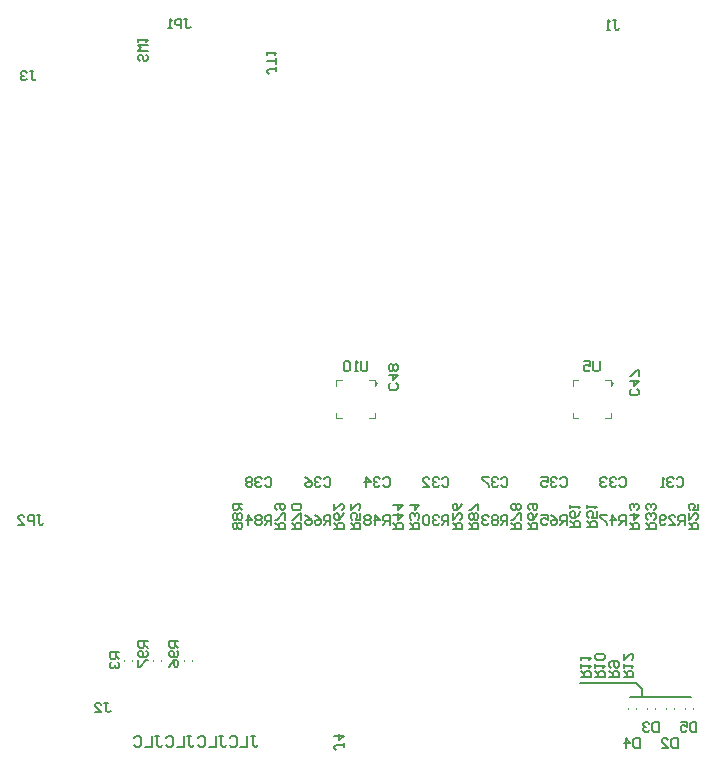
<source format=gbo>
%FSLAX23Y23*%
%MOIN*%
%SFA1B1*%

%IPPOS*%
%ADD10C,0.004720*%
%ADD11C,0.003940*%
%ADD12C,0.007090*%
%ADD89C,0.007870*%
%LNbenchy-voltmeter-pcb-1*%
%LPD*%
G54D10*
X1983Y2121D02*
Y2140D01*
X2091Y2121D02*
X2110D01*
X2879Y2248D02*
X2898D01*
Y2229D02*
Y2248D01*
X1983Y2121D02*
X2002D01*
X2110D02*
Y2140D01*
X1983Y2229D02*
Y2248D01*
X2002*
X2898Y2243D02*
X2905Y2238D01*
X2879Y2121D02*
X2898D01*
X2771Y2229D02*
Y2248D01*
Y2121D02*
Y2140D01*
X2898Y2121D02*
Y2140D01*
Y2229D02*
X2905Y2238D01*
X2771Y2248D02*
X2789D01*
X2771Y2121D02*
X2789D01*
X2091Y2248D02*
X2110D01*
Y2229D02*
Y2248D01*
Y2229D02*
X2118Y2238D01*
X2110Y2243D02*
X2118Y2238D01*
G54D11*
X1274Y1312D02*
Y1316D01*
X2955Y1151D02*
Y1155D01*
X2981Y1151D02*
Y1155D01*
X3144Y1151D02*
Y1155D01*
X3170Y1151D02*
Y1155D01*
X3081D02*
Y1151D01*
X3107D02*
Y1155D01*
X3018Y1151D02*
Y1155D01*
X3044Y1151D02*
Y1155D01*
X1300Y1312D02*
Y1316D01*
X1398Y1312D02*
Y1316D01*
X1373Y1312D02*
Y1316D01*
X1500Y1312D02*
Y1316D01*
X1475Y1312D02*
Y1316D01*
G54D12*
X2795Y1240D02*
X2980D01*
X3000Y1194D02*
Y1220D01*
X2980Y1240D02*
X3000Y1220D01*
Y1194D02*
X3165D01*
X2960D02*
X3000D01*
X1209Y1173D02*
X1220D01*
X1215*
Y1146*
X1220Y1141*
X1225*
X1230Y1146*
X1178Y1141D02*
X1199D01*
X1178Y1162*
Y1167*
X1183Y1173*
X1194*
X1199Y1167*
X1354Y1378D02*
X1322D01*
Y1362*
X1328Y1357*
X1338*
X1343Y1362*
Y1378*
Y1367D02*
X1354Y1357D01*
X1349Y1346D02*
X1354Y1341D01*
Y1331*
X1349Y1325*
X1328*
X1322Y1331*
Y1341*
X1328Y1346*
X1333*
X1338Y1341*
Y1325*
X1322Y1315D02*
Y1294D01*
X1328*
X1349Y1315*
X1354*
X1456Y1378D02*
X1425D01*
Y1362*
X1430Y1357*
X1440*
X1446Y1362*
Y1378*
Y1367D02*
X1456Y1357D01*
X1451Y1346D02*
X1456Y1341D01*
Y1331*
X1451Y1325*
X1430*
X1425Y1331*
Y1341*
X1430Y1346*
X1435*
X1440Y1341*
Y1325*
X1425Y1294D02*
X1430Y1304D01*
X1440Y1315*
X1451*
X1456Y1310*
Y1299*
X1451Y1294*
X1446*
X1440Y1299*
Y1315*
X2086Y2311D02*
Y2284D01*
X2081Y2279*
X2070*
X2065Y2284*
Y2311*
X2055Y2279D02*
X2044D01*
X2049*
Y2311*
X2055Y2305*
X2028D02*
X2023Y2311D01*
X2013*
X2007Y2305*
Y2284*
X2013Y2279*
X2023*
X2028Y2284*
Y2305*
X2860Y2311D02*
Y2284D01*
X2855Y2279*
X2845*
X2839Y2284*
Y2311*
X2808D02*
X2829D01*
Y2295*
X2818Y2300*
X2813*
X2808Y2295*
Y2284*
X2813Y2279*
X2824*
X2829Y2284*
X2940Y1259D02*
X2972D01*
Y1274*
X2967Y1280*
X2956*
X2951Y1274*
Y1259*
Y1269D02*
X2940Y1280D01*
Y1290D02*
Y1301D01*
Y1295*
X2972*
X2967Y1290*
X2940Y1337D02*
Y1316D01*
X2961Y1337*
X2967*
X2972Y1332*
Y1322*
X2967Y1316*
X2183Y2238D02*
X2188Y2233D01*
Y2223*
X2183Y2217*
X2162*
X2157Y2223*
Y2233*
X2162Y2238*
X2157Y2265D02*
X2188D01*
X2173Y2249*
Y2270*
X2183Y2280D02*
X2188Y2286D01*
Y2296*
X2183Y2301*
X2178*
X2173Y2296*
X2167Y2301*
X2162*
X2157Y2296*
Y2286*
X2162Y2280*
X2167*
X2173Y2286*
X2178Y2280*
X2183*
X2173Y2286D02*
Y2296D01*
X2986Y2219D02*
X2992Y2213D01*
Y2203*
X2986Y2198*
X2965*
X2960Y2203*
Y2213*
X2965Y2219*
X2960Y2245D02*
X2992D01*
X2976Y2229*
Y2250*
X2992Y2261D02*
Y2282D01*
X2986*
X2965Y2261*
X2960*
X3183Y1109D02*
Y1077D01*
X3167*
X3162Y1083*
Y1104*
X3167Y1109*
X3183*
X3131D02*
X3152D01*
Y1093*
X3141Y1098*
X3136*
X3131Y1093*
Y1083*
X3136Y1077*
X3146*
X3152Y1083*
X2007Y1038D02*
Y1027D01*
Y1032*
X1981*
X1976Y1027*
Y1022*
X1981Y1017*
X1976Y1064D02*
X2007D01*
X1992Y1048*
Y1069*
X2799Y1259D02*
X2830D01*
Y1274*
X2825Y1280*
X2814*
X2809Y1274*
Y1259*
Y1269D02*
X2799Y1280D01*
Y1290D02*
Y1301D01*
Y1295*
X2830*
X2825Y1290*
X2799Y1316D02*
Y1327D01*
Y1322*
X2830*
X2825Y1316*
X2846Y1259D02*
X2877D01*
Y1274*
X2872Y1280*
X2862*
X2856Y1274*
Y1259*
Y1269D02*
X2846Y1280D01*
Y1290D02*
Y1301D01*
Y1295*
X2877*
X2872Y1290*
Y1316D02*
X2877Y1322D01*
Y1332*
X2872Y1337*
X2851*
X2846Y1332*
Y1322*
X2851Y1316*
X2872*
X2893Y1259D02*
X2925D01*
Y1274*
X2919Y1280*
X2909*
X2904Y1274*
Y1259*
Y1269D02*
X2893Y1280D01*
X2898Y1290D02*
X2893Y1295D01*
Y1306*
X2898Y1311*
X2919*
X2925Y1306*
Y1295*
X2919Y1290*
X2914*
X2909Y1295*
Y1311*
X2994Y1055D02*
Y1023D01*
X2979*
X2973Y1028*
Y1049*
X2979Y1055*
X2994*
X2947Y1023D02*
Y1055D01*
X2963Y1039*
X2942*
X3057Y1109D02*
Y1077D01*
X3041*
X3036Y1083*
Y1104*
X3041Y1109*
X3057*
X3026Y1104D02*
X3021Y1109D01*
X3010*
X3005Y1104*
Y1098*
X3010Y1093*
X3015*
X3010*
X3005Y1088*
Y1083*
X3010Y1077*
X3021*
X3026Y1083*
X3120Y1055D02*
Y1023D01*
X3104*
X3099Y1028*
Y1049*
X3104Y1055*
X3120*
X3068Y1023D02*
X3089D01*
X3068Y1044*
Y1049*
X3073Y1055*
X3083*
X3089Y1049*
X1349Y3334D02*
X1354Y3329D01*
Y3318*
X1349Y3313*
X1343*
X1338Y3318*
Y3329*
X1333Y3334*
X1328*
X1322Y3329*
Y3318*
X1328Y3313*
X1354Y3345D02*
X1322D01*
X1333Y3355*
X1322Y3366*
X1354*
X1322Y3376D02*
Y3387D01*
Y3381*
X1354*
X1349Y3376*
X1669Y1837D02*
X1637D01*
Y1821*
X1643Y1816*
X1653*
X1658Y1821*
Y1837*
Y1826D02*
X1669Y1816D01*
X1643Y1805D02*
X1637Y1800D01*
Y1790*
X1643Y1784*
X1648*
X1653Y1790*
X1658Y1784*
X1664*
X1669Y1790*
Y1800*
X1664Y1805*
X1658*
X1653Y1800*
X1648Y1805*
X1643*
X1653Y1800D02*
Y1790D01*
X1643Y1774D02*
X1637Y1769D01*
Y1758*
X1643Y1753*
X1648*
X1653Y1758*
X1658Y1753*
X1664*
X1669Y1758*
Y1769*
X1664Y1774*
X1658*
X1653Y1769*
X1648Y1774*
X1643*
X1653Y1769D02*
Y1758D01*
X2425Y1753D02*
X2456D01*
Y1769*
X2451Y1774*
X2440*
X2435Y1769*
Y1753*
Y1763D02*
X2425Y1774D01*
X2451Y1784D02*
X2456Y1790D01*
Y1800*
X2451Y1805*
X2446*
X2440Y1800*
X2435Y1805*
X2430*
X2425Y1800*
Y1790*
X2430Y1784*
X2435*
X2440Y1790*
X2446Y1784*
X2451*
X2440Y1790D02*
Y1800D01*
X2456Y1816D02*
Y1837D01*
X2451*
X2430Y1816*
X2425*
X1766Y1767D02*
Y1799D01*
X1750*
X1745Y1793*
Y1783*
X1750Y1778*
X1766*
X1755D02*
X1745Y1767D01*
X1734Y1793D02*
X1729Y1799D01*
X1719*
X1713Y1793*
Y1788*
X1719Y1783*
X1713Y1778*
Y1772*
X1719Y1767*
X1729*
X1734Y1772*
Y1778*
X1729Y1783*
X1734Y1788*
Y1793*
X1729Y1783D02*
X1719D01*
X1687Y1767D02*
Y1799D01*
X1703Y1783*
X1682*
X2553Y1767D02*
Y1799D01*
X2538*
X2532Y1793*
Y1783*
X2538Y1778*
X2553*
X2543D02*
X2532Y1767D01*
X2522Y1793D02*
X2517Y1799D01*
X2506*
X2501Y1793*
Y1788*
X2506Y1783*
X2501Y1778*
Y1772*
X2506Y1767*
X2517*
X2522Y1772*
Y1778*
X2517Y1783*
X2522Y1788*
Y1793*
X2517Y1783D02*
X2506D01*
X2490Y1793D02*
X2485Y1799D01*
X2475*
X2469Y1793*
Y1788*
X2475Y1783*
X2480*
X2475*
X2469Y1778*
Y1772*
X2475Y1767*
X2485*
X2490Y1772*
X1779Y1753D02*
X1811D01*
Y1769*
X1805Y1774*
X1795*
X1790Y1769*
Y1753*
Y1763D02*
X1779Y1774D01*
X1811Y1784D02*
Y1805D01*
X1805*
X1784Y1784*
X1779*
X1784Y1816D02*
X1779Y1821D01*
Y1832*
X1784Y1837*
X1805*
X1811Y1832*
Y1821*
X1805Y1816*
X1800*
X1795Y1821*
Y1837*
X2566Y1753D02*
X2598D01*
Y1769*
X2593Y1774*
X2582*
X2577Y1769*
Y1753*
Y1763D02*
X2566Y1774D01*
X2598Y1784D02*
Y1805D01*
X2593*
X2572Y1784*
X2566*
X2593Y1816D02*
X2598Y1821D01*
Y1832*
X2593Y1837*
X2587*
X2582Y1832*
X2577Y1837*
X2572*
X2566Y1832*
Y1821*
X2572Y1816*
X2577*
X2582Y1821*
X2587Y1816*
X2593*
X2582Y1821D02*
Y1832D01*
X1834Y1753D02*
X1866D01*
Y1769*
X1860Y1774*
X1850*
X1845Y1769*
Y1753*
Y1763D02*
X1834Y1774D01*
X1866Y1784D02*
Y1805D01*
X1860*
X1839Y1784*
X1834*
X1860Y1816D02*
X1866Y1821D01*
Y1832*
X1860Y1837*
X1839*
X1834Y1832*
Y1821*
X1839Y1816*
X1860*
X2622Y1753D02*
X2653D01*
Y1769*
X2648Y1774*
X2637*
X2632Y1769*
Y1753*
Y1763D02*
X2622Y1774D01*
X2653Y1805D02*
X2648Y1795D01*
X2637Y1784*
X2627*
X2622Y1790*
Y1800*
X2627Y1805*
X2632*
X2637Y1800*
Y1784*
X2627Y1816D02*
X2622Y1821D01*
Y1832*
X2627Y1837*
X2648*
X2653Y1832*
Y1821*
X2648Y1816*
X2643*
X2637Y1821*
Y1837*
X1963Y1767D02*
Y1799D01*
X1947*
X1942Y1793*
Y1783*
X1947Y1778*
X1963*
X1952D02*
X1942Y1767D01*
X1910Y1799D02*
X1921Y1793D01*
X1931Y1783*
Y1772*
X1926Y1767*
X1916*
X1910Y1772*
Y1778*
X1916Y1783*
X1931*
X1879Y1799D02*
X1889Y1793D01*
X1900Y1783*
Y1772*
X1895Y1767*
X1884*
X1879Y1772*
Y1778*
X1884Y1783*
X1900*
X2750Y1767D02*
Y1799D01*
X2734*
X2729Y1793*
Y1783*
X2734Y1778*
X2750*
X2740D02*
X2729Y1767D01*
X2698Y1799D02*
X2708Y1793D01*
X2719Y1783*
Y1772*
X2713Y1767*
X2703*
X2698Y1772*
Y1778*
X2703Y1783*
X2719*
X2666Y1799D02*
X2687D01*
Y1783*
X2677Y1788*
X2671*
X2666Y1783*
Y1772*
X2671Y1767*
X2682*
X2687Y1772*
X1976Y1753D02*
X2007D01*
Y1769*
X2002Y1774*
X1992*
X1986Y1769*
Y1753*
Y1763D02*
X1976Y1774D01*
X2007Y1805D02*
X2002Y1795D01*
X1992Y1784*
X1981*
X1976Y1790*
Y1800*
X1981Y1805*
X1986*
X1992Y1800*
Y1784*
X1976Y1837D02*
Y1816D01*
X1997Y1837*
X2002*
X2007Y1832*
Y1821*
X2002Y1816*
X2763Y1758D02*
X2795D01*
Y1774*
X2790Y1779*
X2779*
X2774Y1774*
Y1758*
Y1769D02*
X2763Y1779D01*
X2795Y1811D02*
X2790Y1800D01*
X2779Y1790*
X2769*
X2763Y1795*
Y1805*
X2769Y1811*
X2774*
X2779Y1805*
Y1790*
X2763Y1821D02*
Y1832D01*
Y1826*
X2795*
X2790Y1821*
X2031Y1753D02*
X2062D01*
Y1769*
X2057Y1774*
X2047*
X2042Y1769*
Y1753*
Y1763D02*
X2031Y1774D01*
X2062Y1805D02*
Y1784D01*
X2047*
X2052Y1795*
Y1800*
X2047Y1805*
X2036*
X2031Y1800*
Y1790*
X2036Y1784*
X2031Y1837D02*
Y1816D01*
X2052Y1837*
X2057*
X2062Y1832*
Y1821*
X2057Y1816*
X2818Y1758D02*
X2850D01*
Y1774*
X2845Y1779*
X2834*
X2829Y1774*
Y1758*
Y1769D02*
X2818Y1779D01*
X2850Y1811D02*
Y1790D01*
X2834*
X2839Y1800*
Y1805*
X2834Y1811*
X2824*
X2818Y1805*
Y1795*
X2824Y1790*
X2818Y1821D02*
Y1832D01*
Y1826*
X2850*
X2845Y1821*
X2160Y1767D02*
Y1799D01*
X2144*
X2139Y1793*
Y1783*
X2144Y1778*
X2160*
X2149D02*
X2139Y1767D01*
X2112D02*
Y1799D01*
X2128Y1783*
X2107*
X2097Y1793D02*
X2091Y1799D01*
X2081*
X2076Y1793*
Y1788*
X2081Y1783*
X2076Y1778*
Y1772*
X2081Y1767*
X2091*
X2097Y1772*
Y1778*
X2091Y1783*
X2097Y1788*
Y1793*
X2091Y1783D02*
X2081D01*
X2947Y1767D02*
Y1799D01*
X2931*
X2926Y1793*
Y1783*
X2931Y1778*
X2947*
X2937D02*
X2926Y1767D01*
X2900D02*
Y1799D01*
X2916Y1783*
X2895*
X2884Y1799D02*
X2863D01*
Y1793*
X2884Y1772*
Y1767*
X2173Y1753D02*
X2204D01*
Y1769*
X2199Y1774*
X2188*
X2183Y1769*
Y1753*
Y1763D02*
X2173Y1774D01*
Y1800D02*
X2204D01*
X2188Y1784*
Y1805*
X2173Y1832D02*
X2204D01*
X2188Y1816*
Y1837*
X2960Y1753D02*
X2992D01*
Y1769*
X2986Y1774*
X2976*
X2971Y1769*
Y1753*
Y1763D02*
X2960Y1774D01*
Y1800D02*
X2992D01*
X2976Y1784*
Y1805*
X2986Y1816D02*
X2992Y1821D01*
Y1832*
X2986Y1837*
X2981*
X2976Y1832*
Y1826*
Y1832*
X2971Y1837*
X2965*
X2960Y1832*
Y1821*
X2965Y1816*
X2228Y1753D02*
X2259D01*
Y1769*
X2254Y1774*
X2244*
X2238Y1769*
Y1753*
Y1763D02*
X2228Y1774D01*
X2254Y1784D02*
X2259Y1790D01*
Y1800*
X2254Y1805*
X2249*
X2244Y1800*
Y1795*
Y1800*
X2238Y1805*
X2233*
X2228Y1800*
Y1790*
X2233Y1784*
X2228Y1832D02*
X2259D01*
X2244Y1816*
Y1837*
X3015Y1753D02*
X3047D01*
Y1769*
X3041Y1774*
X3031*
X3026Y1769*
Y1753*
Y1763D02*
X3015Y1774D01*
X3041Y1784D02*
X3047Y1790D01*
Y1800*
X3041Y1805*
X3036*
X3031Y1800*
Y1795*
Y1800*
X3026Y1805*
X3021*
X3015Y1800*
Y1790*
X3021Y1784*
X3041Y1816D02*
X3047Y1821D01*
Y1832*
X3041Y1837*
X3036*
X3031Y1832*
Y1826*
Y1832*
X3026Y1837*
X3021*
X3015Y1832*
Y1821*
X3021Y1816*
X2356Y1767D02*
Y1799D01*
X2341*
X2335Y1793*
Y1783*
X2341Y1778*
X2356*
X2346D02*
X2335Y1767D01*
X2325Y1793D02*
X2320Y1799D01*
X2309*
X2304Y1793*
Y1788*
X2309Y1783*
X2314*
X2309*
X2304Y1778*
Y1772*
X2309Y1767*
X2320*
X2325Y1772*
X2293Y1793D02*
X2288Y1799D01*
X2278*
X2272Y1793*
Y1772*
X2278Y1767*
X2288*
X2293Y1772*
Y1793*
X3144Y1767D02*
Y1799D01*
X3128*
X3123Y1793*
Y1783*
X3128Y1778*
X3144*
X3133D02*
X3123Y1767D01*
X3091D02*
X3112D01*
X3091Y1788*
Y1793*
X3097Y1799*
X3107*
X3112Y1793*
X3081Y1772D02*
X3076Y1767D01*
X3065*
X3060Y1772*
Y1793*
X3065Y1799*
X3076*
X3081Y1793*
Y1788*
X3076Y1783*
X3060*
X2370Y1753D02*
X2401D01*
Y1769*
X2396Y1774*
X2385*
X2380Y1769*
Y1753*
Y1763D02*
X2370Y1774D01*
Y1805D02*
Y1784D01*
X2391Y1805*
X2396*
X2401Y1800*
Y1790*
X2396Y1784*
X2401Y1837D02*
X2396Y1826D01*
X2385Y1816*
X2375*
X2370Y1821*
Y1832*
X2375Y1837*
X2380*
X2385Y1832*
Y1816*
X3157Y1753D02*
X3188D01*
Y1769*
X3183Y1774*
X3173*
X3167Y1769*
Y1753*
Y1763D02*
X3157Y1774D01*
Y1805D02*
Y1784D01*
X3178Y1805*
X3183*
X3188Y1800*
Y1790*
X3183Y1784*
X3188Y1837D02*
Y1816D01*
X3173*
X3178Y1826*
Y1832*
X3173Y1837*
X3162*
X3157Y1832*
Y1821*
X3162Y1816*
X1259Y1341D02*
X1228D01*
Y1325*
X1233Y1320*
X1244*
X1249Y1325*
Y1341*
Y1330D02*
X1259Y1320D01*
X1233Y1309D02*
X1228Y1304D01*
Y1293*
X1233Y1288*
X1238*
X1244Y1293*
Y1299*
Y1293*
X1249Y1288*
X1254*
X1259Y1293*
Y1304*
X1254Y1309*
X1783Y3291D02*
Y3280D01*
Y3286*
X1757*
X1751Y3280*
Y3275*
X1757Y3270*
X1783Y3301D02*
Y3322D01*
Y3312*
X1751*
Y3333D02*
Y3343D01*
Y3338*
X1783*
X1778Y3333*
X985Y1799D02*
X996D01*
X990*
Y1772*
X996Y1767*
X1001*
X1006Y1772*
X975Y1767D02*
Y1799D01*
X959*
X954Y1793*
Y1783*
X959Y1778*
X975*
X922Y1767D02*
X943D01*
X922Y1788*
Y1793*
X927Y1799*
X938*
X943Y1793*
X1476Y3452D02*
X1486D01*
X1481*
Y3426*
X1486Y3421*
X1492*
X1497Y3426*
X1465Y3421D02*
Y3452D01*
X1450*
X1444Y3447*
Y3437*
X1450Y3431*
X1465*
X1434Y3421D02*
X1423D01*
X1429*
Y3452*
X1434Y3447*
X2905Y3448D02*
X2916D01*
X2910*
Y3422*
X2916Y3417*
X2921*
X2926Y3422*
X2895Y3417D02*
X2884D01*
X2889*
Y3448*
X2895Y3443*
X961Y3279D02*
X972D01*
X967*
Y3253*
X972Y3248*
X977*
X982Y3253*
X951Y3274D02*
X946Y3279D01*
X935*
X930Y3274*
Y3269*
X935Y3263*
X940*
X935*
X930Y3258*
Y3253*
X935Y3248*
X946*
X951Y3253*
X1745Y1919D02*
X1750Y1925D01*
X1761*
X1766Y1919*
Y1898*
X1761Y1893*
X1750*
X1745Y1898*
X1734Y1919D02*
X1729Y1925D01*
X1719*
X1713Y1919*
Y1914*
X1719Y1909*
X1724*
X1719*
X1713Y1904*
Y1898*
X1719Y1893*
X1729*
X1734Y1898*
X1703Y1919D02*
X1698Y1925D01*
X1687*
X1682Y1919*
Y1914*
X1687Y1909*
X1682Y1904*
Y1898*
X1687Y1893*
X1698*
X1703Y1898*
Y1904*
X1698Y1909*
X1703Y1914*
Y1919*
X1698Y1909D02*
X1687D01*
X2532Y1919D02*
X2538Y1925D01*
X2548*
X2553Y1919*
Y1898*
X2548Y1893*
X2538*
X2532Y1898*
X2522Y1919D02*
X2517Y1925D01*
X2506*
X2501Y1919*
Y1914*
X2506Y1909*
X2511*
X2506*
X2501Y1904*
Y1898*
X2506Y1893*
X2517*
X2522Y1898*
X2490Y1925D02*
X2469D01*
Y1919*
X2490Y1898*
Y1893*
X1942Y1919D02*
X1947Y1925D01*
X1957*
X1963Y1919*
Y1898*
X1957Y1893*
X1947*
X1942Y1898*
X1931Y1919D02*
X1926Y1925D01*
X1916*
X1910Y1919*
Y1914*
X1916Y1909*
X1921*
X1916*
X1910Y1904*
Y1898*
X1916Y1893*
X1926*
X1931Y1898*
X1879Y1925D02*
X1889Y1919D01*
X1900Y1909*
Y1898*
X1895Y1893*
X1884*
X1879Y1898*
Y1904*
X1884Y1909*
X1900*
X2729Y1919D02*
X2734Y1925D01*
X2745*
X2750Y1919*
Y1898*
X2745Y1893*
X2734*
X2729Y1898*
X2719Y1919D02*
X2713Y1925D01*
X2703*
X2698Y1919*
Y1914*
X2703Y1909*
X2708*
X2703*
X2698Y1904*
Y1898*
X2703Y1893*
X2713*
X2719Y1898*
X2666Y1925D02*
X2687D01*
Y1909*
X2677Y1914*
X2671*
X2666Y1909*
Y1898*
X2671Y1893*
X2682*
X2687Y1898*
X2139Y1919D02*
X2144Y1925D01*
X2154*
X2160Y1919*
Y1898*
X2154Y1893*
X2144*
X2139Y1898*
X2128Y1919D02*
X2123Y1925D01*
X2112*
X2107Y1919*
Y1914*
X2112Y1909*
X2118*
X2112*
X2107Y1904*
Y1898*
X2112Y1893*
X2123*
X2128Y1898*
X2081Y1893D02*
Y1925D01*
X2097Y1909*
X2076*
X2926Y1919D02*
X2931Y1925D01*
X2942*
X2947Y1919*
Y1898*
X2942Y1893*
X2931*
X2926Y1898*
X2916Y1919D02*
X2910Y1925D01*
X2900*
X2895Y1919*
Y1914*
X2900Y1909*
X2905*
X2900*
X2895Y1904*
Y1898*
X2900Y1893*
X2910*
X2916Y1898*
X2884Y1919D02*
X2879Y1925D01*
X2868*
X2863Y1919*
Y1914*
X2868Y1909*
X2874*
X2868*
X2863Y1904*
Y1898*
X2868Y1893*
X2879*
X2884Y1898*
X2335Y1919D02*
X2341Y1925D01*
X2351*
X2356Y1919*
Y1898*
X2351Y1893*
X2341*
X2335Y1898*
X2325Y1919D02*
X2320Y1925D01*
X2309*
X2304Y1919*
Y1914*
X2309Y1909*
X2314*
X2309*
X2304Y1904*
Y1898*
X2309Y1893*
X2320*
X2325Y1898*
X2272Y1893D02*
X2293D01*
X2272Y1914*
Y1919*
X2278Y1925*
X2288*
X2293Y1919*
X3118D02*
X3123Y1925D01*
X3133*
X3139Y1919*
Y1898*
X3133Y1893*
X3123*
X3118Y1898*
X3107Y1919D02*
X3102Y1925D01*
X3091*
X3086Y1919*
Y1914*
X3091Y1909*
X3097*
X3091*
X3086Y1904*
Y1898*
X3091Y1893*
X3102*
X3107Y1898*
X3076Y1893D02*
X3065D01*
X3070*
Y1925*
X3076Y1919*
G54D89*
X1698Y1061D02*
X1710D01*
X1704*
Y1031*
X1710Y1025*
X1716*
X1722Y1031*
X1686Y1061D02*
Y1025D01*
X1663*
X1627Y1055D02*
X1633Y1061D01*
X1645*
X1651Y1055*
Y1031*
X1645Y1025*
X1633*
X1627Y1031*
X1592Y1061D02*
X1604D01*
X1598*
Y1031*
X1604Y1025*
X1610*
X1616Y1031*
X1580Y1061D02*
Y1025D01*
X1557*
X1521Y1055D02*
X1527Y1061D01*
X1539*
X1545Y1055*
Y1031*
X1539Y1025*
X1527*
X1521Y1031*
X1486Y1061D02*
X1498D01*
X1492*
Y1031*
X1498Y1025*
X1503*
X1509Y1031*
X1474Y1061D02*
Y1025D01*
X1450*
X1415Y1055D02*
X1421Y1061D01*
X1433*
X1439Y1055*
Y1031*
X1433Y1025*
X1421*
X1415Y1031*
X1379Y1061D02*
X1391D01*
X1385*
Y1031*
X1391Y1025*
X1397*
X1403Y1031*
X1368Y1061D02*
Y1025D01*
X1344*
X1309Y1055D02*
X1315Y1061D01*
X1326*
X1332Y1055*
Y1031*
X1326Y1025*
X1315*
X1309Y1031*
M02*
</source>
